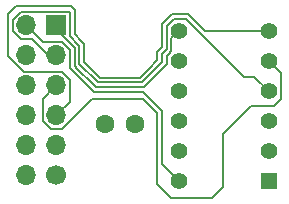
<source format=gbr>
%TF.GenerationSoftware,KiCad,Pcbnew,9.0.0*%
%TF.CreationDate,2025-09-30T20:54:45+02:00*%
%TF.ProjectId,hcms_pmod,68636d73-5f70-46d6-9f64-2e6b69636164,rev?*%
%TF.SameCoordinates,Original*%
%TF.FileFunction,Copper,L1,Top*%
%TF.FilePolarity,Positive*%
%FSLAX46Y46*%
G04 Gerber Fmt 4.6, Leading zero omitted, Abs format (unit mm)*
G04 Created by KiCad (PCBNEW 9.0.0) date 2025-09-30 20:54:45*
%MOMM*%
%LPD*%
G01*
G04 APERTURE LIST*
%TA.AperFunction,ComponentPad*%
%ADD10R,1.700000X1.700000*%
%TD*%
%TA.AperFunction,ComponentPad*%
%ADD11O,1.700000X1.700000*%
%TD*%
%TA.AperFunction,ComponentPad*%
%ADD12C,1.700000*%
%TD*%
%TA.AperFunction,ComponentPad*%
%ADD13C,1.600000*%
%TD*%
%TA.AperFunction,ComponentPad*%
%ADD14R,1.397000X1.397000*%
%TD*%
%TA.AperFunction,ComponentPad*%
%ADD15C,1.397000*%
%TD*%
%TA.AperFunction,Conductor*%
%ADD16C,0.200000*%
%TD*%
G04 APERTURE END LIST*
D10*
%TO.P,J1,1,IO1*%
%TO.N,/CE*%
X118410000Y-101560000D03*
D11*
%TO.P,J1,2,IO2*%
%TO.N,/DATA_IN*%
X118410000Y-104100000D03*
%TO.P,J1,3,IO3*%
%TO.N,/RS*%
X118410000Y-106640000D03*
%TO.P,J1,4,IO4*%
%TO.N,/CLK*%
X118410000Y-109180000D03*
%TO.P,J1,5,GND*%
%TO.N,GND*%
X118410000Y-111720000D03*
D12*
%TO.P,J1,6,VCC*%
%TO.N,VCC*%
X118410000Y-114260000D03*
D11*
%TO.P,J1,7,IO5*%
%TO.N,/RESET*%
X115870000Y-101560000D03*
%TO.P,J1,8,IO6*%
%TO.N,unconnected-(J1-IO6-Pad8)*%
X115870000Y-104100000D03*
%TO.P,J1,9,IO7*%
%TO.N,unconnected-(J1-IO7-Pad9)*%
X115870000Y-106640000D03*
%TO.P,J1,10,IO8*%
%TO.N,unconnected-(J1-IO8-Pad10)*%
X115870000Y-109180000D03*
%TO.P,J1,11,GND*%
%TO.N,GND*%
X115870000Y-111720000D03*
%TO.P,J1,12,VCC*%
%TO.N,VCC*%
X115870000Y-114260000D03*
%TD*%
D13*
%TO.P,C1,1*%
%TO.N,VCC*%
X122550000Y-109950000D03*
%TO.P,C1,2*%
%TO.N,GND*%
X125050000Y-109950000D03*
%TD*%
D14*
%TO.P,U1,1,DATA_OUT*%
%TO.N,unconnected-(U1-DATA_OUT-Pad1)*%
X136370000Y-114720000D03*
D15*
%TO.P,U1,2,OSC*%
%TO.N,unconnected-(U1-OSC-Pad2)*%
X136370000Y-112180000D03*
%TO.P,U1,3,V_LED*%
%TO.N,VCC*%
X136370000Y-109640000D03*
%TO.P,U1,4,DATA_IN*%
%TO.N,/DATA_IN*%
X136370000Y-107100000D03*
%TO.P,U1,5,RS*%
%TO.N,/RS*%
X136370000Y-104560000D03*
%TO.P,U1,6,CLK*%
%TO.N,/CLK*%
X136370000Y-102020000D03*
%TO.P,U1,7,\u002ACE*%
%TO.N,/CE*%
X128750000Y-102020000D03*
%TO.P,U1,8,BLANK*%
%TO.N,GND*%
X128750000Y-104560000D03*
%TO.P,U1,9,GND*%
X128750000Y-107100000D03*
%TO.P,U1,10,SEL*%
%TO.N,VCC*%
X128750000Y-109640000D03*
%TO.P,U1,11,V_LOGIC*%
X128750000Y-112180000D03*
%TO.P,U1,12,\u002ARESET*%
%TO.N,/RESET*%
X128750000Y-114720000D03*
%TD*%
D16*
%TO.N,/CE*%
X128151500Y-103746408D02*
X128151500Y-103414208D01*
X127751500Y-104856286D02*
X127751500Y-104524086D01*
X127516600Y-105091186D02*
X127751500Y-104856286D01*
X128151500Y-103414208D02*
X128151500Y-102618500D01*
X119961000Y-103457554D02*
X119961000Y-104685169D01*
X125807793Y-106799992D02*
X126042693Y-106565092D01*
X119160000Y-102655140D02*
X119160000Y-102656554D01*
X122075822Y-106799992D02*
X125475593Y-106799992D01*
X118410000Y-101560000D02*
X118410000Y-101905140D01*
X119394900Y-102891454D02*
X119961000Y-103457554D01*
X127751500Y-104524086D02*
X127751500Y-104146408D01*
X119961000Y-104685169D02*
X119961000Y-105017369D01*
X118410000Y-101905140D02*
X119160000Y-102655140D01*
X119160000Y-102656554D02*
X119394900Y-102891454D01*
X127751500Y-104146408D02*
X127916600Y-103981308D01*
X121508722Y-106565092D02*
X121743622Y-106799992D01*
X126042693Y-106565092D02*
X127516600Y-105091186D01*
X125475593Y-106799992D02*
X125807793Y-106799992D01*
X127916600Y-103981308D02*
X128151500Y-103746408D01*
X128151500Y-102618500D02*
X128750000Y-102020000D01*
X119961000Y-105017369D02*
X120195900Y-105252269D01*
X120195900Y-105252269D02*
X121508722Y-106565092D01*
X121743622Y-106799992D02*
X122075822Y-106799992D01*
%TO.N,/RESET*%
X119561000Y-105183056D02*
X119561000Y-104850856D01*
X118886760Y-102949000D02*
X117259000Y-102949000D01*
X128750000Y-114720000D02*
X127342000Y-113312000D01*
X121577936Y-107199992D02*
X121343036Y-106965092D01*
X119561000Y-103623240D02*
X118886760Y-102949000D01*
X121343036Y-106965092D02*
X119795900Y-105417956D01*
X121910136Y-107199992D02*
X121577936Y-107199992D01*
X117259000Y-102949000D02*
X115870000Y-101560000D01*
X119795900Y-105417956D02*
X119561000Y-105183056D01*
X125641279Y-107199992D02*
X121910136Y-107199992D01*
X127342000Y-113312000D02*
X127342000Y-108824900D01*
X127342000Y-108824900D02*
X125717092Y-107199992D01*
X119561000Y-104850856D02*
X119561000Y-103623240D01*
X125717092Y-107199992D02*
X125641279Y-107199992D01*
%TO.N,/DATA_IN*%
X114719000Y-102036760D02*
X114719000Y-101083240D01*
X127350500Y-103980308D02*
X127750500Y-103580308D01*
X127750500Y-101605993D02*
X128335993Y-101020500D01*
X117735760Y-104100000D02*
X116346760Y-102711000D01*
X118410000Y-104100000D02*
X117735760Y-104100000D01*
X115393240Y-100409000D02*
X119561000Y-100409000D01*
X134280000Y-105905000D02*
X135175000Y-105905000D01*
X135175000Y-105905000D02*
X136370000Y-107100000D01*
X125641693Y-106398992D02*
X127350500Y-104690186D01*
X129395500Y-101020500D02*
X134280000Y-105905000D01*
X114719000Y-101083240D02*
X115393240Y-100409000D01*
X121909722Y-106398992D02*
X125641693Y-106398992D01*
X115393240Y-102711000D02*
X114719000Y-102036760D01*
X120362000Y-104851269D02*
X121909722Y-106398992D01*
X127350500Y-104690186D02*
X127350500Y-103980308D01*
X119561000Y-100409000D02*
X119561000Y-102490454D01*
X116346760Y-102711000D02*
X115393240Y-102711000D01*
X127750500Y-103580308D02*
X127750500Y-101605993D01*
X120362000Y-103291454D02*
X120362000Y-104851269D01*
X119561000Y-102490454D02*
X120362000Y-103291454D01*
X128335993Y-101020500D02*
X129395500Y-101020500D01*
%TO.N,/CLK*%
X127349500Y-101439893D02*
X127349500Y-101772093D01*
X136370000Y-102020000D02*
X130962100Y-102020000D01*
X118886760Y-105489000D02*
X119561000Y-106163240D01*
X126949500Y-104524086D02*
X126212546Y-105261039D01*
X119561000Y-106163240D02*
X119561000Y-108029000D01*
X122075822Y-105997992D02*
X121419411Y-105341580D01*
X121419411Y-105341580D02*
X120763000Y-104685169D01*
X127349500Y-103414208D02*
X127184400Y-103579308D01*
X114318000Y-102202860D02*
X114318000Y-104175760D01*
X114318000Y-101249340D02*
X114318000Y-101870660D01*
X126949500Y-103814208D02*
X126949500Y-103814210D01*
X119962000Y-100242900D02*
X119727100Y-100008000D01*
X114318000Y-100917140D02*
X114318000Y-101249340D01*
X128169893Y-100619500D02*
X127934993Y-100854400D01*
X129796500Y-100854400D02*
X129561600Y-100619500D01*
X114318000Y-101870660D02*
X114318000Y-102202860D01*
X115631240Y-105489000D02*
X118886760Y-105489000D01*
X120763000Y-103457554D02*
X120763000Y-103125354D01*
X127349500Y-102916600D02*
X127349500Y-103414208D01*
X126212546Y-105261039D02*
X125475593Y-105997992D01*
X119962000Y-102324354D02*
X119962000Y-100575100D01*
X127349500Y-101772093D02*
X127349500Y-102584400D01*
X120528100Y-102890454D02*
X119962000Y-102324354D01*
X114318000Y-104175760D02*
X115631240Y-105489000D01*
X126949500Y-103814210D02*
X126949500Y-104146408D01*
X125475593Y-105997992D02*
X122075822Y-105997992D01*
X128280500Y-100619500D02*
X128169893Y-100619500D01*
X119561000Y-108029000D02*
X118410000Y-109180000D01*
X127584400Y-101204993D02*
X127450000Y-101339393D01*
X114318000Y-100607000D02*
X114318000Y-100917140D01*
X119669100Y-99950000D02*
X114975000Y-99950000D01*
X127184400Y-103579308D02*
X127184401Y-103579308D01*
X129561600Y-100619500D02*
X129229400Y-100619500D01*
X127349500Y-102584400D02*
X127349500Y-102916600D01*
X120763000Y-104685169D02*
X120763000Y-103457554D01*
X120763000Y-103125354D02*
X120528100Y-102890454D01*
X126949500Y-104146408D02*
X126949500Y-104524086D01*
X130962100Y-102020000D02*
X129796500Y-100854400D01*
X114975000Y-99950000D02*
X114318000Y-100607000D01*
X127450000Y-101339393D02*
X127349500Y-101439893D01*
X119962000Y-100575100D02*
X119962000Y-100242900D01*
X127184400Y-103579308D02*
X126949500Y-103814208D01*
X127934993Y-100854400D02*
X127584400Y-101204993D01*
X128502093Y-100619500D02*
X128280500Y-100619500D01*
X129229400Y-100619500D02*
X128502093Y-100619500D01*
X119727100Y-100008000D02*
X119669100Y-99950000D01*
%TO.N,/RS*%
X125775000Y-107825000D02*
X121392760Y-107825000D01*
X128125000Y-116175000D02*
X126941000Y-114991000D01*
X134875000Y-108400000D02*
X132475000Y-110800000D01*
X136825000Y-108400000D02*
X134875000Y-108400000D01*
X117259000Y-107791000D02*
X118410000Y-106640000D01*
X136370000Y-104560000D02*
X137425000Y-105615000D01*
X126941000Y-114991000D02*
X126941000Y-108991000D01*
X118886760Y-110331000D02*
X117933240Y-110331000D01*
X137425000Y-105615000D02*
X137425000Y-107800000D01*
X117933240Y-110331000D02*
X117259000Y-109656760D01*
X132475000Y-115275000D02*
X131575000Y-116175000D01*
X131575000Y-116175000D02*
X128125000Y-116175000D01*
X117259000Y-109656760D02*
X117259000Y-107791000D01*
X132475000Y-110800000D02*
X132475000Y-115275000D01*
X126941000Y-108991000D02*
X125775000Y-107825000D01*
X137425000Y-107800000D02*
X136825000Y-108400000D01*
X121392760Y-107825000D02*
X118886760Y-110331000D01*
%TD*%
M02*

</source>
